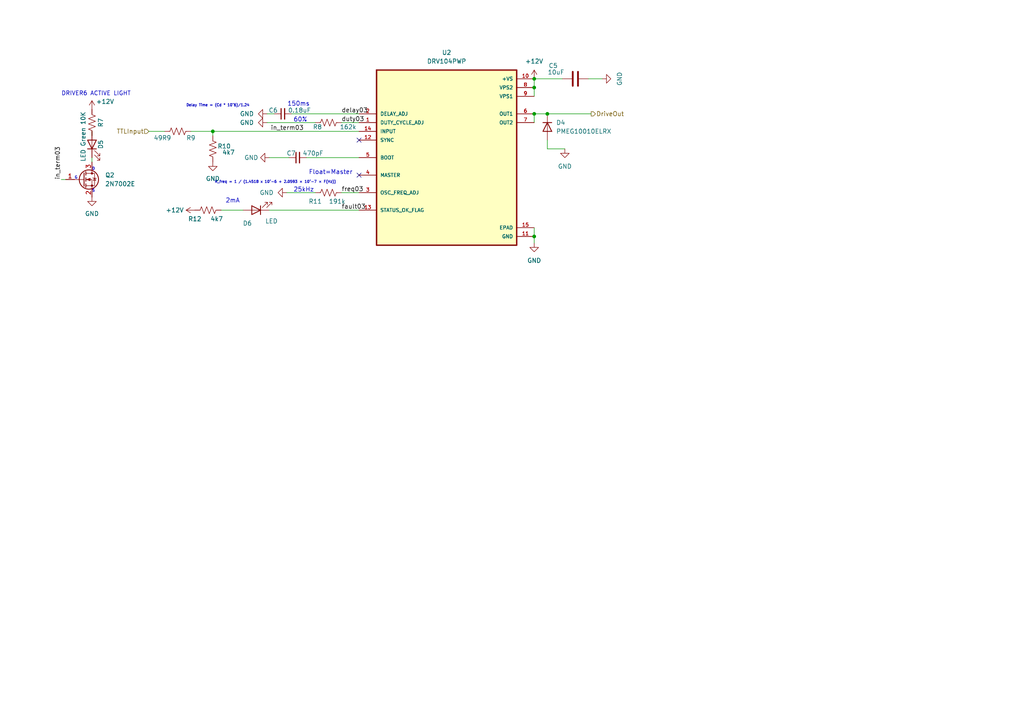
<source format=kicad_sch>
(kicad_sch (version 20231120) (generator "eeschema") (generator_version "8.0")
  (paper "A4")
  (title_block (title "16 Channel PWM Solenoid Driver - USB") (date "2024-06-12") (rev "3") (company "Boston University"))
  (lib_symbols
    (symbol "DRV104PWP:DRV104PWP" (pin_names (offset 1.016))
      (property "Reference" "U" (at -20.32 26.4 0))
      (property "Value" "DRV104PWP" (at -20.32 -29.4 0))
      (symbol "DRV104PWP_0_0"
        (rectangle (start -20.32 -25.4) (end 20.32 25.4) (stroke (width 0.41)) (fill (type background)))
        (pin input line (at -25.4 10.16 0) (length 5.08) (name "DUTY_CYCLE_ADJ") (number "1"))
        (pin power_in line (at 25.4 22.86 180) (length 5.08) (name "+VS") (number "10"))
        (pin power_in line (at 25.4 -22.86 180) (length 5.08) (name "GND") (number "11"))
        (pin input line (at -25.4 5.08 0) (length 5.08) (name "SYNC") (number "12"))
        (pin bidirectional line (at -25.4 -15.24 0) (length 5.08) (name "STATUS_OK_FLAG") (number "13"))
        (pin input line (at -25.4 7.62 0) (length 5.08) (name "INPUT") (number "14"))
        (pin power_in line (at 25.4 -20.32 180) (length 5.08) (name "EPAD") (number "15"))
        (pin input line (at -25.4 12.7 0) (length 5.08) (name "DELAY_ADJ") (number "2"))
        (pin bidirectional line (at -25.4 -10.16 0) (length 5.08) (name "OSC_FREQ_ADJ") (number "3"))
        (pin bidirectional line (at -25.4 -5.08 0) (length 5.08) (name "MASTER") (number "4"))
        (pin bidirectional line (at -25.4 0 0) (length 5.08) (name "BOOT") (number "5"))
        (pin output line (at 25.4 12.7 180) (length 5.08) (name "OUT1") (number "6"))
        (pin output line (at 25.4 10.16 180) (length 5.08) (name "OUT2") (number "7"))
        (pin power_in line (at 25.4 20.32 180) (length 5.08) (name "VPS2") (number "8"))
        (pin power_in line (at 25.4 17.78 180) (length 5.08) (name "VPS1") (number "9"))
      )
    )
    (symbol "Device:C" (pin_numbers hide) (pin_names (offset 0.254))
      (property "Reference" "C" (at 0.635 2.54 0))
      (property "Value" "C" (at 0.635 -2.54 0))
      (symbol "C_0_1"
        (polyline (pts (xy -2.032 -0.762) (xy 2.032 -0.762)) (stroke (width 0.508)))
        (polyline (pts (xy -2.032 0.762) (xy 2.032 0.762)) (stroke (width 0.508)))
      )
      (symbol "C_1_1"
        (pin passive line (at 0 3.81 270) (length 2.794) (name "~") (number "1"))
        (pin passive line (at 0 -3.81 90) (length 2.794) (name "~") (number "2"))
      )
    )
    (symbol "Device:C_Small" (pin_numbers hide) (pin_names (offset 0.254) hide)
      (property "Reference" "C" (at 0.254 1.778 0))
      (property "Value" "C_Small" (at 0.254 -2.032 0))
      (symbol "C_Small_0_1"
        (polyline (pts (xy -1.524 -0.508) (xy 1.524 -0.508)) (stroke (width 0.3302)))
        (polyline (pts (xy -1.524 0.508) (xy 1.524 0.508)) (stroke (width 0.3048)))
      )
      (symbol "C_Small_1_1"
        (pin passive line (at 0 2.54 270) (length 2.032) (name "~") (number "1"))
        (pin passive line (at 0 -2.54 90) (length 2.032) (name "~") (number "2"))
      )
    )
    (symbol "Device:D" (pin_numbers hide) (pin_names (offset 1.016) hide)
      (property "Reference" "D" (at 0 2.54 0))
      (property "Value" "D" (at 0 -2.54 0))
      (symbol "D_0_1"
        (polyline (pts (xy -1.27 1.27) (xy -1.27 -1.27)) (stroke (width 0.254)))
        (polyline (pts (xy 1.27 0) (xy -1.27 0)))
        (polyline (pts (xy 1.27 1.27) (xy 1.27 -1.27) (xy -1.27 0) (xy 1.27 1.27)) (stroke (width 0.254)))
      )
      (symbol "D_1_1"
        (pin passive line (at -3.81 0 0) (length 2.54) (name "K") (number "1"))
        (pin passive line (at 3.81 0 180) (length 2.54) (name "A") (number "2"))
      )
    )
    (symbol "Device:LED" (pin_numbers hide) (pin_names (offset 1.016) hide)
      (property "Reference" "D" (at 0 2.54 0))
      (property "Value" "LED" (at 0 -2.54 0))
      (symbol "LED_0_1"
        (polyline (pts (xy -1.27 -1.27) (xy -1.27 1.27)) (stroke (width 0.254)))
        (polyline (pts (xy -1.27 0) (xy 1.27 0)))
        (polyline (pts (xy 1.27 -1.27) (xy 1.27 1.27) (xy -1.27 0) (xy 1.27 -1.27)) (stroke (width 0.254)))
        (polyline (pts (xy -3.048 -0.762) (xy -4.572 -2.286) (xy -3.81 -2.286) (xy -4.572 -2.286) (xy -4.572 -1.524)))
        (polyline (pts (xy -1.778 -0.762) (xy -3.302 -2.286) (xy -2.54 -2.286) (xy -3.302 -2.286) (xy -3.302 -1.524)))
      )
      (symbol "LED_1_1"
        (pin passive line (at -3.81 0 0) (length 2.54) (name "K") (number "1"))
        (pin passive line (at 3.81 0 180) (length 2.54) (name "A") (number "2"))
      )
    )
    (symbol "Device:R_US" (pin_numbers hide) (pin_names (offset 0))
      (property "Reference" "R" (at 2.54 0 90))
      (property "Value" "R_US" (at -2.54 0 90))
      (symbol "R_US_0_1"
        (polyline (pts (xy 0 -2.286) (xy 0 -2.54)))
        (polyline (pts (xy 0 2.286) (xy 0 2.54)))
        (polyline (pts (xy 0 -0.762) (xy 1.016 -1.143) (xy 0 -1.524) (xy -1.016 -1.905) (xy 0 -2.286)))
        (polyline (pts (xy 0 0.762) (xy 1.016 0.381) (xy 0 0) (xy -1.016 -0.381) (xy 0 -0.762)))
        (polyline (pts (xy 0 2.286) (xy 1.016 1.905) (xy 0 1.524) (xy -1.016 1.143) (xy 0 0.762)))
      )
      (symbol "R_US_1_1"
        (pin passive line (at 0 3.81 270) (length 1.27) (name "~") (number "1"))
        (pin passive line (at 0 -3.81 90) (length 1.27) (name "~") (number "2"))
      )
    )
    (symbol "Transistor_FET:2N7002E" (pin_names hide)
      (property "Reference" "Q" (at 5.08 1.905 0))
      (property "Value" "2N7002E" (at 5.08 0 0))
      (symbol "2N7002E_0_1"
        (polyline (pts (xy 0.254 0) (xy -2.54 0)))
        (polyline (pts (xy 0.254 1.905) (xy 0.254 -1.905)) (stroke (width 0.254)))
        (polyline (pts (xy 0.762 -1.27) (xy 0.762 -2.286)) (stroke (width 0.254)))
        (polyline (pts (xy 0.762 0.508) (xy 0.762 -0.508)) (stroke (width 0.254)))
        (polyline (pts (xy 0.762 2.286) (xy 0.762 1.27)) (stroke (width 0.254)))
        (polyline (pts (xy 2.54 2.54) (xy 2.54 1.778)))
        (polyline (pts (xy 2.54 -2.54) (xy 2.54 0) (xy 0.762 0)))
        (polyline (pts (xy 0.762 -1.778) (xy 3.302 -1.778) (xy 3.302 1.778) (xy 0.762 1.778)))
        (polyline (pts (xy 1.016 0) (xy 2.032 0.381) (xy 2.032 -0.381) (xy 1.016 0)) (fill (type outline)))
        (polyline (pts (xy 2.794 0.508) (xy 2.921 0.381) (xy 3.683 0.381) (xy 3.81 0.254)))
        (polyline (pts (xy 3.302 0.381) (xy 2.921 -0.254) (xy 3.683 -0.254) (xy 3.302 0.381)))
        (circle (center 1.651 0) (radius 2.794) (stroke (width 0.254)))
        (circle (center 2.54 -1.778) (radius 0.254) (fill (type outline)))
        (circle (center 2.54 1.778) (radius 0.254) (fill (type outline)))
      )
      (symbol "2N7002E_1_1"
        (pin input line (at -5.08 0 0) (length 2.54) (name "G") (number "1"))
        (pin passive line (at 2.54 -5.08 90) (length 2.54) (name "S") (number "2"))
        (pin passive line (at 2.54 5.08 270) (length 2.54) (name "D") (number "3"))
      )
    )
    (symbol "power:+12V" (power) (pin_names (offset 0))
      (property "Value" "+12V" (at 0 3.556 0))
      (symbol "+12V_0_1"
        (polyline (pts (xy -0.762 1.27) (xy 0 2.54)))
        (polyline (pts (xy 0 0) (xy 0 2.54)))
        (polyline (pts (xy 0 2.54) (xy 0.762 1.27)))
      )
      (symbol "+12V_1_1"
        (pin power_in line (at 0 0 90) (length 0) hide (name "+12V") (number "1"))
      )
    )
    (symbol "power:GND" (power) (pin_names (offset 0))
      (property "Value" "GND" (at 0 -3.81 0))
      (symbol "GND_0_1"
        (polyline (pts (xy 0 0) (xy 0 -1.27) (xy 1.27 -1.27) (xy 0 -2.54) (xy -1.27 -1.27) (xy 0 -1.27)))
      )
      (symbol "GND_1_1"
        (pin power_in line (at 0 0 270) (length 0) hide (name "GND") (number "1"))
      )
    )
  )
  (junction (at 154.94 33.02))
  (junction (at 158.75 33.02))
  (junction (at 154.94 25.4))
  (junction (at 154.94 68.58))
  (junction (at 61.722 38.1))
  (junction (at 154.94 22.86))
  (no_connect (at 104.14 50.8))
  (no_connect (at 104.14 40.64))
  (wire (pts (xy 78.105 60.96) (xy 104.14 60.96)))
  (wire (pts (xy 158.75 43.18) (xy 158.75 40.64)))
  (wire (pts (xy 154.94 33.02) (xy 158.75 33.02)))
  (wire (pts (xy 84.582 33.02) (xy 104.14 33.02)))
  (wire (pts (xy 83.82 45.72) (xy 78.105 45.72)))
  (wire (pts (xy 154.94 22.86) (xy 154.94 25.4)))
  (wire (pts (xy 43.18 38.1) (xy 47.752 38.1)))
  (wire (pts (xy 79.502 33.02) (xy 77.47 33.02)))
  (wire (pts (xy 61.722 38.1) (xy 104.14 38.1)))
  (wire (pts (xy 26.67 39.37) (xy 26.67 38.1)))
  (wire (pts (xy 77.47 35.56) (xy 91.44 35.56)))
  (wire (pts (xy 163.83 43.18) (xy 158.75 43.18)))
  (wire (pts (xy 154.94 66.04) (xy 154.94 68.58)))
  (wire (pts (xy 64.135 60.96) (xy 70.485 60.96)))
  (wire (pts (xy 83.185 55.88) (xy 91.44 55.88)))
  (wire (pts (xy 99.06 35.56) (xy 104.14 35.56)))
  (wire (pts (xy 26.67 45.72) (xy 26.67 46.99)))
  (wire (pts (xy 55.372 38.1) (xy 61.722 38.1)))
  (wire (pts (xy 88.9 45.72) (xy 104.14 45.72)))
  (wire (pts (xy 17.78 52.07) (xy 19.05 52.07)))
  (wire (pts (xy 163.068 22.86) (xy 154.94 22.86)))
  (wire (pts (xy 158.75 33.02) (xy 171.45 33.02)))
  (wire (pts (xy 61.722 38.1) (xy 61.722 39.37)))
  (wire (pts (xy 170.688 22.86) (xy 174.625 22.86)))
  (wire (pts (xy 154.94 68.58) (xy 154.94 70.485)))
  (wire (pts (xy 99.06 55.88) (xy 104.14 55.88)))
  (wire (pts (xy 154.94 33.02) (xy 154.94 35.56)))
  (wire (pts (xy 154.94 25.4) (xy 154.94 27.94)))
  (text "S" (at 26.67 55.88 0) (effects (font (size 0.75 0.75)) (justify left bottom)))
  (text "2mA" (at 65.405 59.055 0) (effects (font (size 1.27 1.27)) (justify left bottom)))
  (text "60%" (at 85.09 35.56 0) (effects (font (size 1.27 1.27)) (justify left bottom)))
  (text "150ms" (at 83.312 30.988 0) (effects (font (size 1.27 1.27)) (justify left bottom)))
  (text "Float=Master" (at 89.535 50.8 0) (effects (font (size 1.27 1.27)) (justify left bottom)))
  (text "25kHz" (at 85.09 55.88 0) (effects (font (size 1.27 1.27)) (justify left bottom)))
  (text "Delay Time = (Cd * 10^6)/1.24" (at 53.975 31.115 0) (effects (font (size 0.75 0.75)) (justify left bottom)))
  (text "G" (at 21.59 52.07 0) (effects (font (size 0.75 0.75)) (justify left bottom)))
  (text "DRIVER6 ACTIVE LIGHT" (at 17.78 27.94 0) (effects (font (size 1.2 1.2)) (justify left bottom)))
  (text "R_freq = 1 / (1.4518 x 10^−6 + 2.0593 × 10^−7 × F(Hz))" (at 62.23 53.34 0) (effects (font (size 0.75 0.75)) (justify left bottom)))
  (text "D" (at 26.67 49.53 0) (effects (font (size 0.75 0.75)) (justify left bottom)))
  (label "fault03" (at 99.06 60.96 0))
  (label "duty03" (at 99.06 35.56 0))
  (label "freq03" (at 99.06 55.88 0))
  (label "in_term03" (at 78.486 38.1 0))
  (label "in_term03" (at 17.78 52.07 90))
  (label "delay03" (at 99.06 33.02 0))
  (hierarchical_label "TTLInput" (shape input) (at 43.18 38.1 180))
  (hierarchical_label "DriveOut" (shape output) (at 171.45 33.02 0))
  (symbol (lib_id "Device:R_US") (at 61.722 43.18 180) (unit 1)
    (property "Reference" "R10" (at 65.024 42.418 0))
    (property "Value" "4k7" (at 66.294 44.196 0))
    (property "Footprint" "Resistor_SMD:R_1206_3216Metric" (effects (hide yes)))
    (property "PartNum" "RC0805JR-074K7L" (effects (hide yes)))
    (property "Mfg" "Yageo" (effects (hide yes)))
    (instances (project "16ch-driver-v1" (path "" (reference "R10") (unit 1)) (path "" (reference "R16") (unit 1)) (path "" (reference "R22") (unit 1)) (path "" (reference "R28") (unit 1)) (path "" (reference "R34") (unit 1)) (path "" (reference "R40") (unit 1)) (path "" (reference "R46") (unit 1)) (path "" (reference "R52") (unit 1)) (path "" (reference "R58") (unit 1)) (path "" (reference "R64") (unit 1)) (path "" (reference "R70") (unit 1)) (path "" (reference "R76") (unit 1)) (path "" (reference "R82") (unit 1)) (path "" (reference "R88") (unit 1)) (path "" (reference "R94") (unit 1)) (path "" (reference "R4") (unit 1))))
  )
  (symbol (lib_id "Device:R_US") (at 95.25 35.56 90) (unit 1)
    (property "Reference" "R8" (at 92.075 36.83 90))
    (property "Value" "162k" (at 100.965 36.83 90))
    (property "Footprint" "Resistor_SMD:R_1206_3216Metric" (effects (hide yes)))
    (property "PartNum" "RC0805FR-07162KL" (effects (hide yes)))
    (property "Mfg" "Yageo" (effects (hide yes)))
    (instances (project "16ch-driver-v1" (path "" (reference "R8") (unit 1)) (path "" (reference "R14") (unit 1)) (path "" (reference "R20") (unit 1)) (path "" (reference "R26") (unit 1)) (path "" (reference "R32") (unit 1)) (path "" (reference "R38") (unit 1)) (path "" (reference "R44") (unit 1)) (path "" (reference "R50") (unit 1)) (path "" (reference "R56") (unit 1)) (path "" (reference "R62") (unit 1)) (path "" (reference "R68") (unit 1)) (path "" (reference "R74") (unit 1)) (path "" (reference "R80") (unit 1)) (path "" (reference "R86") (unit 1)) (path "" (reference "R92") (unit 1)) (path "" (reference "R2") (unit 1))))
  )
  (symbol (lib_id "Device:C") (at 166.878 22.86 90) (unit 1)
    (property "Reference" "C5" (at 161.798 19.05 90) (effects (justify left)))
    (property "Value" "10uF" (at 163.703 20.955 90) (effects (justify left)))
    (property "Footprint" "Capacitor_SMD:C_1210_3225Metric" (effects (hide yes)))
    (property "PartNum" "CL32A106KLULNNE" (effects (hide yes)))
    (property "Mfg" "Samsung Electro-Mechanics" (effects (hide yes)))
    (instances (project "16ch-driver-v1" (path "" (reference "C5") (unit 1)) (path "" (reference "C8") (unit 1)) (path "" (reference "C11") (unit 1)) (path "" (reference "C14") (unit 1)) (path "" (reference "C17") (unit 1)) (path "" (reference "C20") (unit 1)) (path "" (reference "C23") (unit 1)) (path "" (reference "C26") (unit 1)) (path "" (reference "C29") (unit 1)) (path "" (reference "C32") (unit 1)) (path "" (reference "C35") (unit 1)) (path "" (reference "C38") (unit 1)) (path "" (reference "C41") (unit 1)) (path "" (reference "C44") (unit 1)) (path "" (reference "C47") (unit 1)) (path "" (reference "C2") (unit 1))))
  )
  (symbol (lib_id "power:GND") (at 77.47 35.56 270) (unit 1)
    (property "Reference" "#PWR020" (effects (hide yes)))
    (property "Value" "GND" (at 73.66 35.56 90) (effects (justify right)))
    (instances (project "16ch-driver-v1" (path "" (reference "#PWR020") (unit 1)) (path "" (reference "#PWR032") (unit 1)) (path "" (reference "#PWR044") (unit 1)) (path "" (reference "#PWR056") (unit 1)) (path "" (reference "#PWR068") (unit 1)) (path "" (reference "#PWR080") (unit 1)) (path "" (reference "#PWR092") (unit 1)) (path "" (reference "#PWR0104") (unit 1)) (path "" (reference "#PWR0116") (unit 1)) (path "" (reference "#PWR0128") (unit 1)) (path "" (reference "#PWR0140") (unit 1)) (path "" (reference "#PWR0152") (unit 1)) (path "" (reference "#PWR0164") (unit 1)) (path "" (reference "#PWR0176") (unit 1)) (path "" (reference "#PWR0188") (unit 1)) (path "" (reference "#PWR08") (unit 1))))
  )
  (symbol (lib_id "Device:R_US") (at 26.67 35.56 0) (unit 1)
    (property "Reference" "R7" (at 29.21 35.56 90))
    (property "Value" "10K" (at 24.13 34.29 90))
    (property "Footprint" "Resistor_SMD:R_1206_3216Metric" (effects (hide yes)))
    (property "PartNum" "RC0805FR-07162KL" (effects (hide yes)))
    (property "Mfg" "Yageo" (effects (hide yes)))
    (instances (project "16ch-driver-v1" (path "" (reference "R7") (unit 1)) (path "" (reference "R13") (unit 1)) (path "" (reference "R19") (unit 1)) (path "" (reference "R25") (unit 1)) (path "" (reference "R31") (unit 1)) (path "" (reference "R37") (unit 1)) (path "" (reference "R43") (unit 1)) (path "" (reference "R49") (unit 1)) (path "" (reference "R55") (unit 1)) (path "" (reference "R61") (unit 1)) (path "" (reference "R67") (unit 1)) (path "" (reference "R73") (unit 1)) (path "" (reference "R79") (unit 1)) (path "" (reference "R85") (unit 1)) (path "" (reference "R91") (unit 1)) (path "" (reference "R1") (unit 1))))
  )
  (symbol (lib_id "Device:D") (at 158.75 36.83 270) (unit 1)
    (property "Reference" "D4" (at 161.29 35.56 90) (effects (justify left)))
    (property "Value" "PMEG10010ELRX" (at 161.29 38.1 90) (effects (justify left)))
    (property "Footprint" "Diode_SMD:Nexperia_CFP3_SOD-123W" (effects (hide yes)))
    (property "Sim.Device" "D" (effects (hide yes)))
    (property "Sim.Pins" "1=K 2=A" (effects (hide yes)))
    (property "PartNum" "PMEG10010ELRX" (effects (hide yes)))
    (property "Mfg" "Nexperia" (effects (hide yes)))
    (instances (project "16ch-driver-v1" (path "" (reference "D4") (unit 1)) (path "" (reference "D7") (unit 1)) (path "" (reference "D10") (unit 1)) (path "" (reference "D13") (unit 1)) (path "" (reference "D16") (unit 1)) (path "" (reference "D19") (unit 1)) (path "" (reference "D22") (unit 1)) (path "" (reference "D25") (unit 1)) (path "" (reference "D28") (unit 1)) (path "" (reference "D31") (unit 1)) (path "" (reference "D34") (unit 1)) (path "" (reference "D37") (unit 1)) (path "" (reference "D40") (unit 1)) (path "" (reference "D43") (unit 1)) (path "" (reference "D46") (unit 1)) (path "" (reference "D1") (unit 1))))
  )
  (symbol (lib_id "DRV104PWP:DRV104PWP") (at 129.54 45.72 0) (unit 1)
    (property "Reference" "U2" (at 129.54 15.24 0))
    (property "Value" "DRV104PWP" (at 129.54 17.78 0))
    (property "Footprint" "Solenoid_Driver:IC_TPS27S100BPWPR" (effects (hide yes)))
    (property "PartNum" "DRV104PWP" (effects (hide yes)))
    (property "Mfg" "TI" (effects (hide yes)))
    (instances (project "16ch-driver-v1" (path "" (reference "U2") (unit 1)) (path "" (reference "U3") (unit 1)) (path "" (reference "U4") (unit 1)) (path "" (reference "U5") (unit 1)) (path "" (reference "U6") (unit 1)) (path "" (reference "U7") (unit 1)) (path "" (reference "U8") (unit 1)) (path "" (reference "U9") (unit 1)) (path "" (reference "U10") (unit 1)) (path "" (reference "U11") (unit 1)) (path "" (reference "U12") (unit 1)) (path "" (reference "U13") (unit 1)) (path "" (reference "U14") (unit 1)) (path "" (reference "U15") (unit 1)) (path "" (reference "U16") (unit 1)) (path "" (reference "U1") (unit 1))))
  )
  (symbol (lib_id "power:GND") (at 163.83 43.18 0) (unit 1)
    (property "Reference" "#PWR021" (effects (hide yes)))
    (property "Value" "GND" (at 163.83 48.26 0))
    (instances (project "16ch-driver-v1" (path "" (reference "#PWR021") (unit 1)) (path "" (reference "#PWR033") (unit 1)) (path "" (reference "#PWR045") (unit 1)) (path "" (reference "#PWR057") (unit 1)) (path "" (reference "#PWR069") (unit 1)) (path "" (reference "#PWR081") (unit 1)) (path "" (reference "#PWR093") (unit 1)) (path "" (reference "#PWR0105") (unit 1)) (path "" (reference "#PWR0117") (unit 1)) (path "" (reference "#PWR0129") (unit 1)) (path "" (reference "#PWR0141") (unit 1)) (path "" (reference "#PWR0153") (unit 1)) (path "" (reference "#PWR0165") (unit 1)) (path "" (reference "#PWR0177") (unit 1)) (path "" (reference "#PWR0189") (unit 1)) (path "" (reference "#PWR09") (unit 1))))
  )
  (symbol (lib_id "Device:C_Small") (at 86.36 45.72 90) (unit 1)
    (property "Reference" "C7" (at 84.455 44.45 90))
    (property "Value" "470pF" (at 90.805 44.45 90))
    (property "Footprint" "Capacitor_SMD:C_1206_3216Metric" (effects (hide yes)))
    (property "PartNum" "C0805C471K5RAC7800" (effects (hide yes)))
    (property "Mfg" "Kemet" (effects (hide yes)))
    (instances (project "16ch-driver-v1" (path "" (reference "C7") (unit 1)) (path "" (reference "C10") (unit 1)) (path "" (reference "C13") (unit 1)) (path "" (reference "C16") (unit 1)) (path "" (reference "C19") (unit 1)) (path "" (reference "C22") (unit 1)) (path "" (reference "C25") (unit 1)) (path "" (reference "C28") (unit 1)) (path "" (reference "C31") (unit 1)) (path "" (reference "C34") (unit 1)) (path "" (reference "C37") (unit 1)) (path "" (reference "C40") (unit 1)) (path "" (reference "C43") (unit 1)) (path "" (reference "C46") (unit 1)) (path "" (reference "C49") (unit 1)) (path "" (reference "C4") (unit 1))))
  )
  (symbol (lib_id "power:GND") (at 154.94 70.485 0) (unit 1)
    (property "Reference" "#PWR027" (effects (hide yes)))
    (property "Value" "GND" (at 154.94 75.565 0))
    (instances (project "16ch-driver-v1" (path "" (reference "#PWR027") (unit 1)) (path "" (reference "#PWR039") (unit 1)) (path "" (reference "#PWR051") (unit 1)) (path "" (reference "#PWR063") (unit 1)) (path "" (reference "#PWR075") (unit 1)) (path "" (reference "#PWR087") (unit 1)) (path "" (reference "#PWR099") (unit 1)) (path "" (reference "#PWR0111") (unit 1)) (path "" (reference "#PWR0123") (unit 1)) (path "" (reference "#PWR0135") (unit 1)) (path "" (reference "#PWR0147") (unit 1)) (path "" (reference "#PWR0159") (unit 1)) (path "" (reference "#PWR0171") (unit 1)) (path "" (reference "#PWR0183") (unit 1)) (path "" (reference "#PWR0195") (unit 1)) (path "" (reference "#PWR015") (unit 1))))
  )
  (symbol (lib_id "power:GND") (at 77.47 33.02 270) (unit 1)
    (property "Reference" "#PWR019" (effects (hide yes)))
    (property "Value" "GND" (at 73.66 33.02 90) (effects (justify right)))
    (instances (project "16ch-driver-v1" (path "" (reference "#PWR019") (unit 1)) (path "" (reference "#PWR031") (unit 1)) (path "" (reference "#PWR043") (unit 1)) (path "" (reference "#PWR055") (unit 1)) (path "" (reference "#PWR067") (unit 1)) (path "" (reference "#PWR079") (unit 1)) (path "" (reference "#PWR091") (unit 1)) (path "" (reference "#PWR0103") (unit 1)) (path "" (reference "#PWR0115") (unit 1)) (path "" (reference "#PWR0127") (unit 1)) (path "" (reference "#PWR0139") (unit 1)) (path "" (reference "#PWR0151") (unit 1)) (path "" (reference "#PWR0163") (unit 1)) (path "" (reference "#PWR0175") (unit 1)) (path "" (reference "#PWR0187") (unit 1)) (path "" (reference "#PWR07") (unit 1))))
  )
  (symbol (lib_id "Device:LED") (at 74.295 60.96 180) (unit 1)
    (property "Reference" "D6" (at 71.755 64.77 0))
    (property "Value" "LED" (at 78.74 64.135 0))
    (property "Footprint" "LED_SMD:LED_0805_2012Metric" (effects (hide yes)))
    (property "PartNum" "150080RS75000" (effects (hide yes)))
    (property "Mfg" "Wurth" (effects (hide yes)))
    (instances (project "16ch-driver-v1" (path "" (reference "D6") (unit 1)) (path "" (reference "D9") (unit 1)) (path "" (reference "D12") (unit 1)) (path "" (reference "D15") (unit 1)) (path "" (reference "D18") (unit 1)) (path "" (reference "D21") (unit 1)) (path "" (reference "D24") (unit 1)) (path "" (reference "D27") (unit 1)) (path "" (reference "D30") (unit 1)) (path "" (reference "D33") (unit 1)) (path "" (reference "D36") (unit 1)) (path "" (reference "D39") (unit 1)) (path "" (reference "D42") (unit 1)) (path "" (reference "D45") (unit 1)) (path "" (reference "D48") (unit 1)) (path "" (reference "D3") (unit 1))))
  )
  (symbol (lib_id "power:+12V") (at 26.67 31.75 0) (unit 1)
    (property "Reference" "#PWR018" (effects (hide yes)))
    (property "Value" "+12V" (at 30.48 29.464 0))
    (instances (project "16ch-driver-v1" (path "" (reference "#PWR018") (unit 1)) (path "" (reference "#PWR030") (unit 1)) (path "" (reference "#PWR042") (unit 1)) (path "" (reference "#PWR054") (unit 1)) (path "" (reference "#PWR066") (unit 1)) (path "" (reference "#PWR078") (unit 1)) (path "" (reference "#PWR090") (unit 1)) (path "" (reference "#PWR0102") (unit 1)) (path "" (reference "#PWR0114") (unit 1)) (path "" (reference "#PWR0126") (unit 1)) (path "" (reference "#PWR0138") (unit 1)) (path "" (reference "#PWR0150") (unit 1)) (path "" (reference "#PWR0162") (unit 1)) (path "" (reference "#PWR0174") (unit 1)) (path "" (reference "#PWR0186") (unit 1)) (path "" (reference "#PWR06") (unit 1))))
  )
  (symbol (lib_id "power:GND") (at 78.105 45.72 270) (unit 1)
    (property "Reference" "#PWR022" (effects (hide yes)))
    (property "Value" "GND" (at 74.93 45.72 90) (effects (justify right)))
    (instances (project "16ch-driver-v1" (path "" (reference "#PWR022") (unit 1)) (path "" (reference "#PWR034") (unit 1)) (path "" (reference "#PWR046") (unit 1)) (path "" (reference "#PWR058") (unit 1)) (path "" (reference "#PWR070") (unit 1)) (path "" (reference "#PWR082") (unit 1)) (path "" (reference "#PWR094") (unit 1)) (path "" (reference "#PWR0106") (unit 1)) (path "" (reference "#PWR0118") (unit 1)) (path "" (reference "#PWR0130") (unit 1)) (path "" (reference "#PWR0142") (unit 1)) (path "" (reference "#PWR0154") (unit 1)) (path "" (reference "#PWR0166") (unit 1)) (path "" (reference "#PWR0178") (unit 1)) (path "" (reference "#PWR0190") (unit 1)) (path "" (reference "#PWR010") (unit 1))))
  )
  (symbol (lib_id "Transistor_FET:2N7002E") (at 24.13 52.07 0) (unit 1)
    (property "Reference" "Q2" (at 30.48 50.7999 0) (effects (justify left)))
    (property "Value" "2N7002E" (at 30.48 53.3399 0) (effects (justify left)))
    (property "Footprint" "Package_TO_SOT_SMD:SOT-23" (effects (hide yes)))
    (property "Datasheet" "http://www.diodes.com/assets/Datasheets/ds30376.pdf" (effects (hide yes)))
    (instances (project "16ch-driver-v1" (path "" (reference "Q2") (unit 1)) (path "" (reference "Q3") (unit 1)) (path "" (reference "Q4") (unit 1)) (path "" (reference "Q5") (unit 1)) (path "" (reference "Q6") (unit 1)) (path "" (reference "Q7") (unit 1)) (path "" (reference "Q8") (unit 1)) (path "" (reference "Q9") (unit 1)) (path "" (reference "Q10") (unit 1)) (path "" (reference "Q11") (unit 1)) (path "" (reference "Q12") (unit 1)) (path "" (reference "Q13") (unit 1)) (path "" (reference "Q14") (unit 1)) (path "" (reference "Q15") (unit 1)) (path "" (reference "Q16") (unit 1)) (path "" (reference "Q1") (unit 1))))
  )
  (symbol (lib_id "power:GND") (at 174.625 22.86 90) (unit 1)
    (property "Reference" "#PWR017" (effects (hide yes)))
    (property "Value" "GND" (at 179.705 22.86 0))
    (instances (project "16ch-driver-v1" (path "" (reference "#PWR017") (unit 1)) (path "" (reference "#PWR029") (unit 1)) (path "" (reference "#PWR041") (unit 1)) (path "" (reference "#PWR053") (unit 1)) (path "" (reference "#PWR065") (unit 1)) (path "" (reference "#PWR077") (unit 1)) (path "" (reference "#PWR089") (unit 1)) (path "" (reference "#PWR0101") (unit 1)) (path "" (reference "#PWR0113") (unit 1)) (path "" (reference "#PWR0125") (unit 1)) (path "" (reference "#PWR0137") (unit 1)) (path "" (reference "#PWR0149") (unit 1)) (path "" (reference "#PWR0161") (unit 1)) (path "" (reference "#PWR0173") (unit 1)) (path "" (reference "#PWR0185") (unit 1)) (path "" (reference "#PWR05") (unit 1))))
  )
  (symbol (lib_id "Device:R_US") (at 60.325 60.96 90) (unit 1)
    (property "Reference" "R12" (at 56.515 63.5 90))
    (property "Value" "4k7" (at 62.865 63.5 90))
    (property "Footprint" "Resistor_SMD:R_1206_3216Metric" (effects (hide yes)))
    (property "PartNum" "RC0805JR-074K7L" (effects (hide yes)))
    (property "Mfg" "Yageo" (effects (hide yes)))
    (instances (project "16ch-driver-v1" (path "" (reference "R12") (unit 1)) (path "" (reference "R18") (unit 1)) (path "" (reference "R24") (unit 1)) (path "" (reference "R30") (unit 1)) (path "" (reference "R36") (unit 1)) (path "" (reference "R42") (unit 1)) (path "" (reference "R48") (unit 1)) (path "" (reference "R54") (unit 1)) (path "" (reference "R60") (unit 1)) (path "" (reference "R66") (unit 1)) (path "" (reference "R72") (unit 1)) (path "" (reference "R78") (unit 1)) (path "" (reference "R84") (unit 1)) (path "" (reference "R90") (unit 1)) (path "" (reference "R96") (unit 1)) (path "" (reference "R6") (unit 1))))
  )
  (symbol (lib_id "power:GND") (at 61.722 46.99 0) (unit 1)
    (property "Reference" "#PWR023" (effects (hide yes)))
    (property "Value" "GND" (at 61.722 51.816 0))
    (instances (project "16ch-driver-v1" (path "" (reference "#PWR023") (unit 1)) (path "" (reference "#PWR035") (unit 1)) (path "" (reference "#PWR047") (unit 1)) (path "" (reference "#PWR059") (unit 1)) (path "" (reference "#PWR071") (unit 1)) (path "" (reference "#PWR083") (unit 1)) (path "" (reference "#PWR095") (unit 1)) (path "" (reference "#PWR0107") (unit 1)) (path "" (reference "#PWR0119") (unit 1)) (path "" (reference "#PWR0131") (unit 1)) (path "" (reference "#PWR0143") (unit 1)) (path "" (reference "#PWR0155") (unit 1)) (path "" (reference "#PWR0167") (unit 1)) (path "" (reference "#PWR0179") (unit 1)) (path "" (reference "#PWR0191") (unit 1)) (path "" (reference "#PWR011") (unit 1))))
  )
  (symbol (lib_id "power:+12V") (at 154.94 22.86 0) (unit 1)
    (property "Reference" "#PWR016" (effects (hide yes)))
    (property "Value" "+12V" (at 154.94 17.78 0))
    (instances (project "16ch-driver-v1" (path "" (reference "#PWR016") (unit 1)) (path "" (reference "#PWR028") (unit 1)) (path "" (reference "#PWR040") (unit 1)) (path "" (reference "#PWR052") (unit 1)) (path "" (reference "#PWR064") (unit 1)) (path "" (reference "#PWR076") (unit 1)) (path "" (reference "#PWR088") (unit 1)) (path "" (reference "#PWR0100") (unit 1)) (path "" (reference "#PWR0112") (unit 1)) (path "" (reference "#PWR0124") (unit 1)) (path "" (reference "#PWR0136") (unit 1)) (path "" (reference "#PWR0148") (unit 1)) (path "" (reference "#PWR0160") (unit 1)) (path "" (reference "#PWR0172") (unit 1)) (path "" (reference "#PWR0184") (unit 1)) (path "" (reference "#PWR04") (unit 1))))
  )
  (symbol (lib_id "Device:R_US") (at 95.25 55.88 90) (unit 1)
    (property "Reference" "R11" (at 91.44 58.42 90))
    (property "Value" "191k" (at 97.79 58.42 90))
    (property "Footprint" "Resistor_SMD:R_1206_3216Metric" (effects (hide yes)))
    (property "PartNum" "RC0805FR-07191KL" (effects (hide yes)))
    (property "Mfg" "Yageo" (effects (hide yes)))
    (instances (project "16ch-driver-v1" (path "" (reference "R11") (unit 1)) (path "" (reference "R17") (unit 1)) (path "" (reference "R23") (unit 1)) (path "" (reference "R29") (unit 1)) (path "" (reference "R35") (unit 1)) (path "" (reference "R41") (unit 1)) (path "" (reference "R47") (unit 1)) (path "" (reference "R53") (unit 1)) (path "" (reference "R59") (unit 1)) (path "" (reference "R65") (unit 1)) (path "" (reference "R71") (unit 1)) (path "" (reference "R77") (unit 1)) (path "" (reference "R83") (unit 1)) (path "" (reference "R89") (unit 1)) (path "" (reference "R95") (unit 1)) (path "" (reference "R5") (unit 1))))
  )
  (symbol (lib_id "power:GND") (at 83.185 55.88 270) (unit 1)
    (property "Reference" "#PWR024" (effects (hide yes)))
    (property "Value" "GND" (at 79.375 55.88 90) (effects (justify right)))
    (instances (project "16ch-driver-v1" (path "" (reference "#PWR024") (unit 1)) (path "" (reference "#PWR036") (unit 1)) (path "" (reference "#PWR048") (unit 1)) (path "" (reference "#PWR060") (unit 1)) (path "" (reference "#PWR072") (unit 1)) (path "" (reference "#PWR084") (unit 1)) (path "" (reference "#PWR096") (unit 1)) (path "" (reference "#PWR0108") (unit 1)) (path "" (reference "#PWR0120") (unit 1)) (path "" (reference "#PWR0132") (unit 1)) (path "" (reference "#PWR0144") (unit 1)) (path "" (reference "#PWR0156") (unit 1)) (path "" (reference "#PWR0168") (unit 1)) (path "" (reference "#PWR0180") (unit 1)) (path "" (reference "#PWR0192") (unit 1)) (path "" (reference "#PWR012") (unit 1))))
  )
  (symbol (lib_id "Device:R_US") (at 51.562 38.1 90) (unit 1)
    (property "Reference" "R9" (at 55.372 40.005 90))
    (property "Value" "49R9" (at 47.117 40.005 90))
    (property "Footprint" "Resistor_SMD:R_1206_3216Metric" (effects (hide yes)))
    (property "PartNum" "RC0805FR-0749R9L" (effects (hide yes)))
    (property "Mfg" "Yageo" (effects (hide yes)))
    (instances (project "16ch-driver-v1" (path "" (reference "R9") (unit 1)) (path "" (reference "R15") (unit 1)) (path "" (reference "R21") (unit 1)) (path "" (reference "R27") (unit 1)) (path "" (reference "R33") (unit 1)) (path "" (reference "R39") (unit 1)) (path "" (reference "R45") (unit 1)) (path "" (reference "R51") (unit 1)) (path "" (reference "R57") (unit 1)) (path "" (reference "R63") (unit 1)) (path "" (reference "R69") (unit 1)) (path "" (reference "R75") (unit 1)) (path "" (reference "R81") (unit 1)) (path "" (reference "R87") (unit 1)) (path "" (reference "R93") (unit 1)) (path "" (reference "R3") (unit 1))))
  )
  (symbol (lib_id "power:GND") (at 26.67 57.15 0) (unit 1)
    (property "Reference" "#PWR025" (effects (hide yes)))
    (property "Value" "GND" (at 26.67 61.976 0))
    (instances (project "16ch-driver-v1" (path "" (reference "#PWR025") (unit 1)) (path "" (reference "#PWR037") (unit 1)) (path "" (reference "#PWR049") (unit 1)) (path "" (reference "#PWR061") (unit 1)) (path "" (reference "#PWR073") (unit 1)) (path "" (reference "#PWR085") (unit 1)) (path "" (reference "#PWR097") (unit 1)) (path "" (reference "#PWR0109") (unit 1)) (path "" (reference "#PWR0121") (unit 1)) (path "" (reference "#PWR0133") (unit 1)) (path "" (reference "#PWR0145") (unit 1)) (path "" (reference "#PWR0157") (unit 1)) (path "" (reference "#PWR0169") (unit 1)) (path "" (reference "#PWR0181") (unit 1)) (path "" (reference "#PWR0193") (unit 1)) (path "" (reference "#PWR013") (unit 1))))
  )
  (symbol (lib_id "Device:C_Small") (at 82.042 33.02 90) (unit 1)
    (property "Reference" "C6" (at 79.248 32.004 90))
    (property "Value" "0.18uF" (at 86.868 32.004 90))
    (property "Footprint" "Capacitor_SMD:C_1206_3216Metric" (effects (hide yes)))
    (property "PartNum" "08053C184KAT2A" (effects (hide yes)))
    (property "Mfg" "KYOCERA AVX" (effects (hide yes)))
    (instances (project "16ch-driver-v1" (path "" (reference "C6") (unit 1)) (path "" (reference "C9") (unit 1)) (path "" (reference "C12") (unit 1)) (path "" (reference "C15") (unit 1)) (path "" (reference "C18") (unit 1)) (path "" (reference "C21") (unit 1)) (path "" (reference "C24") (unit 1)) (path "" (reference "C27") (unit 1)) (path "" (reference "C30") (unit 1)) (path "" (reference "C33") (unit 1)) (path "" (reference "C36") (unit 1)) (path "" (reference "C39") (unit 1)) (path "" (reference "C42") (unit 1)) (path "" (reference "C45") (unit 1)) (path "" (reference "C48") (unit 1)) (path "" (reference "C3") (unit 1))))
  )
  (symbol (lib_id "Device:LED") (at 26.67 41.91 90) (unit 1)
    (property "Reference" "D5" (at 29.21 41.91 0))
    (property "Value" "LED Green" (at 24.13 41.91 0))
    (property "Footprint" "LED_SMD:LED_0805_2012Metric" (effects (hide yes)))
    (property "PartNum" "150080RS75000" (effects (hide yes)))
    (property "Mfg" "Wurth" (effects (hide yes)))
    (instances (project "16ch-driver-v1" (path "" (reference "D5") (unit 1)) (path "" (reference "D8") (unit 1)) (path "" (reference "D11") (unit 1)) (path "" (reference "D14") (unit 1)) (path "" (reference "D17") (unit 1)) (path "" (reference "D20") (unit 1)) (path "" (reference "D23") (unit 1)) (path "" (reference "D26") (unit 1)) (path "" (reference "D29") (unit 1)) (path "" (reference "D32") (unit 1)) (path "" (reference "D35") (unit 1)) (path "" (reference "D38") (unit 1)) (path "" (reference "D41") (unit 1)) (path "" (reference "D44") (unit 1)) (path "" (reference "D47") (unit 1)) (path "" (reference "D2") (unit 1))))
  )
  (symbol (lib_id "power:+12V") (at 56.515 60.96 90) (unit 1)
    (property "Reference" "#PWR026" (effects (hide yes)))
    (property "Value" "+12V" (at 53.34 60.96 90) (effects (justify left)))
    (instances (project "16ch-driver-v1" (path "" (reference "#PWR026") (unit 1)) (path "" (reference "#PWR038") (unit 1)) (path "" (reference "#PWR050") (unit 1)) (path "" (reference "#PWR062") (unit 1)) (path "" (reference "#PWR074") (unit 1)) (path "" (reference "#PWR086") (unit 1)) (path "" (reference "#PWR098") (unit 1)) (path "" (reference "#PWR0110") (unit 1)) (path "" (reference "#PWR0122") (unit 1)) (path "" (reference "#PWR0134") (unit 1)) (path "" (reference "#PWR0146") (unit 1)) (path "" (reference "#PWR0158") (unit 1)) (path "" (reference "#PWR0170") (unit 1)) (path "" (reference "#PWR0182") (unit 1)) (path "" (reference "#PWR0194") (unit 1)) (path "" (reference "#PWR014") (unit 1))))
  )
)
</source>
